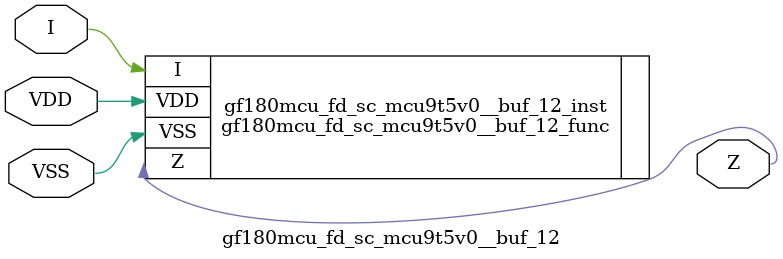
<source format=v>

module gf180mcu_fd_sc_mcu9t5v0__buf_12( I, Z, VDD, VSS );
input I;
inout VDD, VSS;
output Z;

   `ifdef FUNCTIONAL  //  functional //

	gf180mcu_fd_sc_mcu9t5v0__buf_12_func gf180mcu_fd_sc_mcu9t5v0__buf_12_behav_inst(.I(I),.Z(Z),.VDD(VDD),.VSS(VSS));

   `else

	gf180mcu_fd_sc_mcu9t5v0__buf_12_func gf180mcu_fd_sc_mcu9t5v0__buf_12_inst(.I(I),.Z(Z),.VDD(VDD),.VSS(VSS));

	// spec_gates_begin


	// spec_gates_end



   specify

	// specify_block_begin

	// comb arc I --> Z
	 (I => Z) = (1.0,1.0);

	// specify_block_end

   endspecify

   `endif

endmodule

</source>
